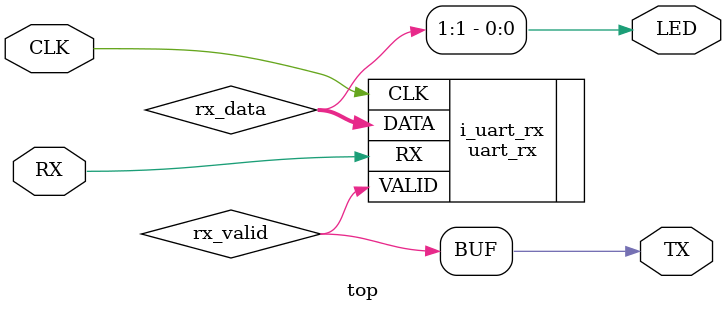
<source format=v>
/*

  top.v
  
  picocom /dev/ttyACM0 --baud 9600 --imap lfcrlf
  
  assumes 12 MHz clock

*/


`include "uart_rx_cnt.v"

module top (
    input CLK,  // global system clock 
    output LED,         // LED
    output TX, 
    input RX
    );

    wire rx_valid;
    wire [7:0] rx_data;
    
    assign LED = rx_data[1];
    assign TX = rx_valid;               // doesn't make sense yet, just for debug

    uart_rx
      #(
        .BIT_RATE(9600),
        .CLK_HZ (12_000_000),
      )
      i_uart_rx (
        .CLK(CLK),                              // Top level system clock input.
        .RX(RX),                  // UART Recieve pin.
        .VALID(rx_valid), // Valid data recieved and available.
        .DATA(rx_data),   // The recieved data.
      );

    
endmodule
    
    
</source>
